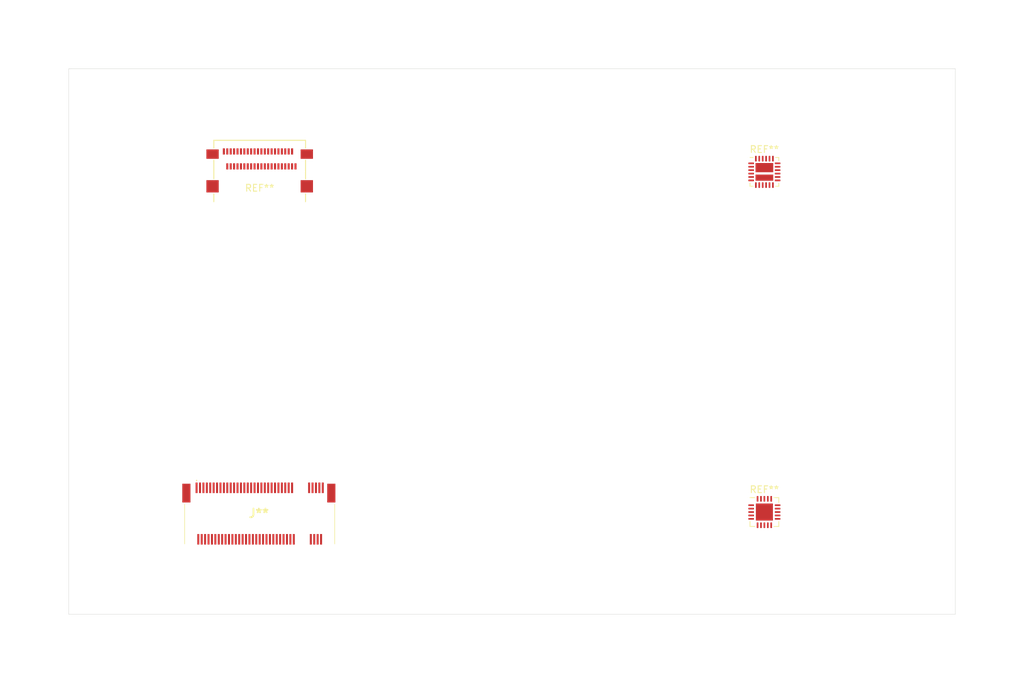
<source format=kicad_pcb>
(kicad_pcb (version 20171130) (host pcbnew "(5.1.10)-1")

  (general
    (thickness 1.6)
    (drawings 8)
    (tracks 0)
    (zones 0)
    (modules 4)
    (nets 1)
  )

  (page A4)
  (layers
    (0 F.Cu signal)
    (31 B.Cu signal)
    (32 B.Adhes user)
    (33 F.Adhes user)
    (34 B.Paste user)
    (35 F.Paste user)
    (36 B.SilkS user)
    (37 F.SilkS user)
    (38 B.Mask user)
    (39 F.Mask user)
    (40 Dwgs.User user)
    (41 Cmts.User user)
    (42 Eco1.User user)
    (43 Eco2.User user)
    (44 Edge.Cuts user)
    (45 Margin user)
    (46 B.CrtYd user)
    (47 F.CrtYd user)
    (48 B.Fab user)
    (49 F.Fab user)
  )

  (setup
    (last_trace_width 0.25)
    (trace_clearance 0.2)
    (zone_clearance 0.508)
    (zone_45_only no)
    (trace_min 0.2)
    (via_size 0.8)
    (via_drill 0.4)
    (via_min_size 0.4)
    (via_min_drill 0.3)
    (uvia_size 0.3)
    (uvia_drill 0.1)
    (uvias_allowed no)
    (uvia_min_size 0.2)
    (uvia_min_drill 0.1)
    (edge_width 0.05)
    (segment_width 0.2)
    (pcb_text_width 0.3)
    (pcb_text_size 1.5 1.5)
    (mod_edge_width 0.12)
    (mod_text_size 1 1)
    (mod_text_width 0.15)
    (pad_size 1.524 1.524)
    (pad_drill 0.762)
    (pad_to_mask_clearance 0)
    (aux_axis_origin 0 0)
    (visible_elements 7FFFFFFF)
    (pcbplotparams
      (layerselection 0x01008_7ffffffe)
      (usegerberextensions false)
      (usegerberattributes true)
      (usegerberadvancedattributes true)
      (creategerberjobfile false)
      (excludeedgelayer true)
      (linewidth 0.100000)
      (plotframeref false)
      (viasonmask false)
      (mode 1)
      (useauxorigin false)
      (hpglpennumber 1)
      (hpglpenspeed 20)
      (hpglpendiameter 15.000000)
      (psnegative false)
      (psa4output false)
      (plotreference true)
      (plotvalue true)
      (plotinvisibletext false)
      (padsonsilk false)
      (subtractmaskfromsilk false)
      (outputformat 1)
      (mirror false)
      (drillshape 0)
      (scaleselection 1)
      (outputdirectory "ocux8stencil"))
  )

  (net 0 "")

  (net_class Default "This is the default net class."
    (clearance 0.2)
    (trace_width 0.25)
    (via_dia 0.8)
    (via_drill 0.4)
    (uvia_dia 0.3)
    (uvia_drill 0.1)
  )

  (module MDT420M03001:MDT420M03001 (layer F.Cu) (tedit 0) (tstamp 610EC4C7)
    (at 111 124)
    (descr MDT420M03001-1_1)
    (tags Connector)
    (fp_text reference J** (at -0.125 0.186) (layer F.SilkS)
      (effects (font (size 1.27 1.27) (thickness 0.254)))
    )
    (fp_text value MDT420M03001 (at -0.125 0.186) (layer F.SilkS) hide
      (effects (font (size 1.27 1.27) (thickness 0.254)))
    )
    (fp_line (start 11 4.672) (end 11 -1.127) (layer F.SilkS) (width 0.1))
    (fp_line (start -11 4.672) (end -11 -1.127) (layer F.SilkS) (width 0.1))
    (fp_line (start -9.25 -4.572) (end -9.25 -4.572) (layer F.SilkS) (width 0.1))
    (fp_line (start -9.25 -4.672) (end -9.25 -4.672) (layer F.SilkS) (width 0.1))
    (fp_line (start -12.35 5.773) (end -12.35 -5.4) (layer F.CrtYd) (width 0.1))
    (fp_line (start 12.1 5.773) (end -12.35 5.773) (layer F.CrtYd) (width 0.1))
    (fp_line (start 12.1 -5.4) (end 12.1 5.773) (layer F.CrtYd) (width 0.1))
    (fp_line (start -12.35 -5.4) (end 12.1 -5.4) (layer F.CrtYd) (width 0.1))
    (fp_line (start -11 4.672) (end -11 -4.328) (layer F.Fab) (width 0.2))
    (fp_line (start 11 4.672) (end -11 4.672) (layer F.Fab) (width 0.2))
    (fp_line (start 11 -4.328) (end 11 4.672) (layer F.Fab) (width 0.2))
    (fp_line (start -11 -4.328) (end 11 -4.328) (layer F.Fab) (width 0.2))
    (fp_arc (start -9.25 -4.622) (end -9.25 -4.572) (angle -180) (layer F.SilkS) (width 0.1))
    (fp_arc (start -9.25 -4.622) (end -9.25 -4.672) (angle -180) (layer F.SilkS) (width 0.1))
    (fp_text user %R (at -0.125 0.186) (layer F.Fab)
      (effects (font (size 1.27 1.27) (thickness 0.254)))
    )
    (pad MP2 smd rect (at 10.5 -2.777) (size 1.2 2.75) (layers F.Cu F.Paste F.Mask))
    (pad MP1 smd rect (at -10.75 -2.777) (size 1.2 2.75) (layers F.Cu F.Paste F.Mask))
    (pad MH2 np_thru_hole circle (at 10 1.723) (size 1.65 0) (drill 1.65) (layers *.Cu *.Mask))
    (pad MH1 np_thru_hole circle (at -10 1.723) (size 1.15 0) (drill 1.15) (layers *.Cu *.Mask))
    (pad 75 smd rect (at 9.25 -3.552) (size 0.3 1.55) (layers F.Cu F.Paste F.Mask))
    (pad 74 smd rect (at 9 3.998) (size 0.3 1.55) (layers F.Cu F.Paste F.Mask))
    (pad 73 smd rect (at 8.75 -3.552) (size 0.3 1.55) (layers F.Cu F.Paste F.Mask))
    (pad 72 smd rect (at 8.5 3.998) (size 0.3 1.55) (layers F.Cu F.Paste F.Mask))
    (pad 71 smd rect (at 8.25 -3.552) (size 0.3 1.55) (layers F.Cu F.Paste F.Mask))
    (pad 70 smd rect (at 8 3.998) (size 0.3 1.55) (layers F.Cu F.Paste F.Mask))
    (pad 69 smd rect (at 7.75 -3.552) (size 0.3 1.55) (layers F.Cu F.Paste F.Mask))
    (pad 68 smd rect (at 7.5 3.998) (size 0.3 1.55) (layers F.Cu F.Paste F.Mask))
    (pad 67 smd rect (at 7.25 -3.552) (size 0.3 1.55) (layers F.Cu F.Paste F.Mask))
    (pad 58 smd rect (at 5 3.998) (size 0.3 1.55) (layers F.Cu F.Paste F.Mask))
    (pad 57 smd rect (at 4.75 -3.552) (size 0.3 1.55) (layers F.Cu F.Paste F.Mask))
    (pad 56 smd rect (at 4.5 3.998) (size 0.3 1.55) (layers F.Cu F.Paste F.Mask))
    (pad 55 smd rect (at 4.25 -3.552) (size 0.3 1.55) (layers F.Cu F.Paste F.Mask))
    (pad 54 smd rect (at 4 3.998) (size 0.3 1.55) (layers F.Cu F.Paste F.Mask))
    (pad 53 smd rect (at 3.75 -3.552) (size 0.3 1.55) (layers F.Cu F.Paste F.Mask))
    (pad 52 smd rect (at 3.5 3.998) (size 0.3 1.55) (layers F.Cu F.Paste F.Mask))
    (pad 51 smd rect (at 3.25 -3.552) (size 0.3 1.55) (layers F.Cu F.Paste F.Mask))
    (pad 50 smd rect (at 3 3.998) (size 0.3 1.55) (layers F.Cu F.Paste F.Mask))
    (pad 49 smd rect (at 2.75 -3.552) (size 0.3 1.55) (layers F.Cu F.Paste F.Mask))
    (pad 48 smd rect (at 2.5 3.998) (size 0.3 1.55) (layers F.Cu F.Paste F.Mask))
    (pad 47 smd rect (at 2.25 -3.552) (size 0.3 1.55) (layers F.Cu F.Paste F.Mask))
    (pad 46 smd rect (at 2 3.998) (size 0.3 1.55) (layers F.Cu F.Paste F.Mask))
    (pad 45 smd rect (at 1.75 -3.552) (size 0.3 1.55) (layers F.Cu F.Paste F.Mask))
    (pad 44 smd rect (at 1.5 3.998) (size 0.3 1.55) (layers F.Cu F.Paste F.Mask))
    (pad 43 smd rect (at 1.25 -3.552) (size 0.3 1.55) (layers F.Cu F.Paste F.Mask))
    (pad 42 smd rect (at 1 3.998) (size 0.3 1.55) (layers F.Cu F.Paste F.Mask))
    (pad 41 smd rect (at 0.75 -3.552) (size 0.3 1.55) (layers F.Cu F.Paste F.Mask))
    (pad 40 smd rect (at 0.5 3.998) (size 0.3 1.55) (layers F.Cu F.Paste F.Mask))
    (pad 39 smd rect (at 0.25 -3.552) (size 0.3 1.55) (layers F.Cu F.Paste F.Mask))
    (pad 38 smd rect (at 0 3.998) (size 0.3 1.55) (layers F.Cu F.Paste F.Mask))
    (pad 37 smd rect (at -0.25 -3.552) (size 0.3 1.55) (layers F.Cu F.Paste F.Mask))
    (pad 36 smd rect (at -0.5 3.998) (size 0.3 1.55) (layers F.Cu F.Paste F.Mask))
    (pad 35 smd rect (at -0.75 -3.552) (size 0.3 1.55) (layers F.Cu F.Paste F.Mask))
    (pad 34 smd rect (at -1 3.998) (size 0.3 1.55) (layers F.Cu F.Paste F.Mask))
    (pad 33 smd rect (at -1.25 -3.552) (size 0.3 1.55) (layers F.Cu F.Paste F.Mask))
    (pad 32 smd rect (at -1.5 3.998) (size 0.3 1.55) (layers F.Cu F.Paste F.Mask))
    (pad 31 smd rect (at -1.75 -3.552) (size 0.3 1.55) (layers F.Cu F.Paste F.Mask))
    (pad 30 smd rect (at -2 3.998) (size 0.3 1.55) (layers F.Cu F.Paste F.Mask))
    (pad 29 smd rect (at -2.25 -3.552) (size 0.3 1.55) (layers F.Cu F.Paste F.Mask))
    (pad 28 smd rect (at -2.5 3.998) (size 0.3 1.55) (layers F.Cu F.Paste F.Mask))
    (pad 27 smd rect (at -2.75 -3.552) (size 0.3 1.55) (layers F.Cu F.Paste F.Mask))
    (pad 26 smd rect (at -3 3.998) (size 0.3 1.55) (layers F.Cu F.Paste F.Mask))
    (pad 25 smd rect (at -3.25 -3.552) (size 0.3 1.55) (layers F.Cu F.Paste F.Mask))
    (pad 24 smd rect (at -3.5 3.998) (size 0.3 1.55) (layers F.Cu F.Paste F.Mask))
    (pad 23 smd rect (at -3.75 -3.552) (size 0.3 1.55) (layers F.Cu F.Paste F.Mask))
    (pad 22 smd rect (at -4 3.998) (size 0.3 1.55) (layers F.Cu F.Paste F.Mask))
    (pad 21 smd rect (at -4.25 -3.552) (size 0.3 1.55) (layers F.Cu F.Paste F.Mask))
    (pad 20 smd rect (at -4.5 3.998) (size 0.3 1.55) (layers F.Cu F.Paste F.Mask))
    (pad 19 smd rect (at -4.75 -3.552) (size 0.3 1.55) (layers F.Cu F.Paste F.Mask))
    (pad 18 smd rect (at -5 3.998) (size 0.3 1.55) (layers F.Cu F.Paste F.Mask))
    (pad 17 smd rect (at -5.25 -3.552) (size 0.3 1.55) (layers F.Cu F.Paste F.Mask))
    (pad 16 smd rect (at -5.5 3.998) (size 0.3 1.55) (layers F.Cu F.Paste F.Mask))
    (pad 15 smd rect (at -5.75 -3.552) (size 0.3 1.55) (layers F.Cu F.Paste F.Mask))
    (pad 14 smd rect (at -6 3.998) (size 0.3 1.55) (layers F.Cu F.Paste F.Mask))
    (pad 13 smd rect (at -6.25 -3.552) (size 0.3 1.55) (layers F.Cu F.Paste F.Mask))
    (pad 12 smd rect (at -6.5 3.998) (size 0.3 1.55) (layers F.Cu F.Paste F.Mask))
    (pad 11 smd rect (at -6.75 -3.552) (size 0.3 1.55) (layers F.Cu F.Paste F.Mask))
    (pad 10 smd rect (at -7 3.998) (size 0.3 1.55) (layers F.Cu F.Paste F.Mask))
    (pad 9 smd rect (at -7.25 -3.552) (size 0.3 1.55) (layers F.Cu F.Paste F.Mask))
    (pad 8 smd rect (at -7.5 3.998) (size 0.3 1.55) (layers F.Cu F.Paste F.Mask))
    (pad 7 smd rect (at -7.75 -3.552) (size 0.3 1.55) (layers F.Cu F.Paste F.Mask))
    (pad 6 smd rect (at -8 3.998) (size 0.3 1.55) (layers F.Cu F.Paste F.Mask))
    (pad 5 smd rect (at -8.25 -3.552) (size 0.3 1.55) (layers F.Cu F.Paste F.Mask))
    (pad 4 smd rect (at -8.5 3.998) (size 0.3 1.55) (layers F.Cu F.Paste F.Mask))
    (pad 3 smd rect (at -8.75 -3.552) (size 0.3 1.55) (layers F.Cu F.Paste F.Mask))
    (pad 2 smd rect (at -9 3.998) (size 0.3 1.55) (layers F.Cu F.Paste F.Mask))
    (pad 1 smd rect (at -9.25 -3.552) (size 0.3 1.55) (layers F.Cu F.Paste F.Mask))
    (model C:\Dev\kicad_libs\SamacSys_Parts.3dshapes\MDT420M03001.stp
      (at (xyz 0 0 0))
      (scale (xyz 1 1 1))
      (rotate (xyz 0 0 0))
    )
  )

  (module Package_DFN_QFN:QFN-20-1EP_4x4mm_P0.5mm_EP2.5x2.5mm (layer F.Cu) (tedit 5DC5F6A3) (tstamp 610E7CF6)
    (at 185 124)
    (descr "QFN, 20 Pin (http://ww1.microchip.com/downloads/en/PackagingSpec/00000049BQ.pdf#page=274), generated with kicad-footprint-generator ipc_noLead_generator.py")
    (tags "QFN NoLead")
    (attr smd)
    (fp_text reference REF** (at 0 -3.3) (layer F.SilkS)
      (effects (font (size 1 1) (thickness 0.15)))
    )
    (fp_text value QFN-20-1EP_4x4mm_P0.5mm_EP2.5x2.5mm (at 0 3.3) (layer F.Fab)
      (effects (font (size 1 1) (thickness 0.15)))
    )
    (fp_line (start 1.385 -2.11) (end 2.11 -2.11) (layer F.SilkS) (width 0.12))
    (fp_line (start 2.11 -2.11) (end 2.11 -1.385) (layer F.SilkS) (width 0.12))
    (fp_line (start -1.385 2.11) (end -2.11 2.11) (layer F.SilkS) (width 0.12))
    (fp_line (start -2.11 2.11) (end -2.11 1.385) (layer F.SilkS) (width 0.12))
    (fp_line (start 1.385 2.11) (end 2.11 2.11) (layer F.SilkS) (width 0.12))
    (fp_line (start 2.11 2.11) (end 2.11 1.385) (layer F.SilkS) (width 0.12))
    (fp_line (start -1.385 -2.11) (end -2.11 -2.11) (layer F.SilkS) (width 0.12))
    (fp_line (start -1 -2) (end 2 -2) (layer F.Fab) (width 0.1))
    (fp_line (start 2 -2) (end 2 2) (layer F.Fab) (width 0.1))
    (fp_line (start 2 2) (end -2 2) (layer F.Fab) (width 0.1))
    (fp_line (start -2 2) (end -2 -1) (layer F.Fab) (width 0.1))
    (fp_line (start -2 -1) (end -1 -2) (layer F.Fab) (width 0.1))
    (fp_line (start -2.6 -2.6) (end -2.6 2.6) (layer F.CrtYd) (width 0.05))
    (fp_line (start -2.6 2.6) (end 2.6 2.6) (layer F.CrtYd) (width 0.05))
    (fp_line (start 2.6 2.6) (end 2.6 -2.6) (layer F.CrtYd) (width 0.05))
    (fp_line (start 2.6 -2.6) (end -2.6 -2.6) (layer F.CrtYd) (width 0.05))
    (fp_text user %R (at 0 0) (layer F.Fab)
      (effects (font (size 1 1) (thickness 0.15)))
    )
    (pad "" smd roundrect (at 0.625 0.625) (size 1.01 1.01) (layers F.Paste) (roundrect_rratio 0.2475247524752475))
    (pad "" smd roundrect (at 0.625 -0.625) (size 1.01 1.01) (layers F.Paste) (roundrect_rratio 0.2475247524752475))
    (pad "" smd roundrect (at -0.625 0.625) (size 1.01 1.01) (layers F.Paste) (roundrect_rratio 0.2475247524752475))
    (pad "" smd roundrect (at -0.625 -0.625) (size 1.01 1.01) (layers F.Paste) (roundrect_rratio 0.2475247524752475))
    (pad 21 smd rect (at 0 0) (size 2.5 2.5) (layers F.Cu F.Mask))
    (pad 20 smd roundrect (at -1 -1.9375) (size 0.25 0.825) (layers F.Cu F.Paste F.Mask) (roundrect_rratio 0.25))
    (pad 19 smd roundrect (at -0.5 -1.9375) (size 0.25 0.825) (layers F.Cu F.Paste F.Mask) (roundrect_rratio 0.25))
    (pad 18 smd roundrect (at 0 -1.9375) (size 0.25 0.825) (layers F.Cu F.Paste F.Mask) (roundrect_rratio 0.25))
    (pad 17 smd roundrect (at 0.5 -1.9375) (size 0.25 0.825) (layers F.Cu F.Paste F.Mask) (roundrect_rratio 0.25))
    (pad 16 smd roundrect (at 1 -1.9375) (size 0.25 0.825) (layers F.Cu F.Paste F.Mask) (roundrect_rratio 0.25))
    (pad 15 smd roundrect (at 1.9375 -1) (size 0.825 0.25) (layers F.Cu F.Paste F.Mask) (roundrect_rratio 0.25))
    (pad 14 smd roundrect (at 1.9375 -0.5) (size 0.825 0.25) (layers F.Cu F.Paste F.Mask) (roundrect_rratio 0.25))
    (pad 13 smd roundrect (at 1.9375 0) (size 0.825 0.25) (layers F.Cu F.Paste F.Mask) (roundrect_rratio 0.25))
    (pad 12 smd roundrect (at 1.9375 0.5) (size 0.825 0.25) (layers F.Cu F.Paste F.Mask) (roundrect_rratio 0.25))
    (pad 11 smd roundrect (at 1.9375 1) (size 0.825 0.25) (layers F.Cu F.Paste F.Mask) (roundrect_rratio 0.25))
    (pad 10 smd roundrect (at 1 1.9375) (size 0.25 0.825) (layers F.Cu F.Paste F.Mask) (roundrect_rratio 0.25))
    (pad 9 smd roundrect (at 0.5 1.9375) (size 0.25 0.825) (layers F.Cu F.Paste F.Mask) (roundrect_rratio 0.25))
    (pad 8 smd roundrect (at 0 1.9375) (size 0.25 0.825) (layers F.Cu F.Paste F.Mask) (roundrect_rratio 0.25))
    (pad 7 smd roundrect (at -0.5 1.9375) (size 0.25 0.825) (layers F.Cu F.Paste F.Mask) (roundrect_rratio 0.25))
    (pad 6 smd roundrect (at -1 1.9375) (size 0.25 0.825) (layers F.Cu F.Paste F.Mask) (roundrect_rratio 0.25))
    (pad 5 smd roundrect (at -1.9375 1) (size 0.825 0.25) (layers F.Cu F.Paste F.Mask) (roundrect_rratio 0.25))
    (pad 4 smd roundrect (at -1.9375 0.5) (size 0.825 0.25) (layers F.Cu F.Paste F.Mask) (roundrect_rratio 0.25))
    (pad 3 smd roundrect (at -1.9375 0) (size 0.825 0.25) (layers F.Cu F.Paste F.Mask) (roundrect_rratio 0.25))
    (pad 2 smd roundrect (at -1.9375 -0.5) (size 0.825 0.25) (layers F.Cu F.Paste F.Mask) (roundrect_rratio 0.25))
    (pad 1 smd roundrect (at -1.9375 -1) (size 0.825 0.25) (layers F.Cu F.Paste F.Mask) (roundrect_rratio 0.25))
    (model ${KISYS3DMOD}/Package_DFN_QFN.3dshapes/QFN-20-1EP_4x4mm_P0.5mm_EP2.5x2.5mm.wrl
      (at (xyz 0 0 0))
      (scale (xyz 1 1 1))
      (rotate (xyz 0 0 0))
    )
  )

  (module QFN-24-2EP_4x4mm_P0.5mm_EP2.6x2.6mm:QFN-24-2EP_4x4mm_P0.5mm_EP2.6x2.6mm (layer F.Cu) (tedit 610E4262) (tstamp 610E721C)
    (at 185 74.125)
    (descr "QFN, 24 Pin (http://ww1.microchip.com/downloads/en/PackagingSpec/00000049BQ.pdf#page=278), generated with kicad-footprint-generator ipc_noLead_generator.py")
    (tags "QFN NoLead")
    (attr smd)
    (fp_text reference REF** (at 0 -3.3) (layer F.SilkS)
      (effects (font (size 1 1) (thickness 0.15)))
    )
    (fp_text value QFN-24-2EP_4x4mm_P0.5mm_EP2.6x2.6mm (at 0 3.3) (layer F.Fab)
      (effects (font (size 1 1) (thickness 0.15)))
    )
    (fp_line (start 1.635 -2.11) (end 2.11 -2.11) (layer F.SilkS) (width 0.12))
    (fp_line (start 2.11 -2.11) (end 2.11 -1.635) (layer F.SilkS) (width 0.12))
    (fp_line (start -1.635 2.11) (end -2.11 2.11) (layer F.SilkS) (width 0.12))
    (fp_line (start -2.11 2.11) (end -2.11 1.635) (layer F.SilkS) (width 0.12))
    (fp_line (start 1.635 2.11) (end 2.11 2.11) (layer F.SilkS) (width 0.12))
    (fp_line (start 2.11 2.11) (end 2.11 1.635) (layer F.SilkS) (width 0.12))
    (fp_line (start -1.635 -2.11) (end -2.11 -2.11) (layer F.SilkS) (width 0.12))
    (fp_line (start -1 -2) (end 2 -2) (layer F.Fab) (width 0.1))
    (fp_line (start 2 -2) (end 2 2) (layer F.Fab) (width 0.1))
    (fp_line (start 2 2) (end -2 2) (layer F.Fab) (width 0.1))
    (fp_line (start -2 2) (end -2 -1) (layer F.Fab) (width 0.1))
    (fp_line (start -2 -1) (end -1 -2) (layer F.Fab) (width 0.1))
    (fp_line (start -2.6 -2.6) (end -2.6 2.6) (layer F.CrtYd) (width 0.05))
    (fp_line (start -2.6 2.6) (end 2.6 2.6) (layer F.CrtYd) (width 0.05))
    (fp_line (start 2.6 2.6) (end 2.6 -2.6) (layer F.CrtYd) (width 0.05))
    (fp_line (start 2.6 -2.6) (end -2.6 -2.6) (layer F.CrtYd) (width 0.05))
    (fp_text user %R (at 0 0) (layer F.Fab)
      (effects (font (size 1 1) (thickness 0.15)))
    )
    (pad 25 smd rect (at 0 -0.625) (size 2.6 1.35) (layers F.Cu F.Mask))
    (pad 24 smd roundrect (at -1.25 -1.9375) (size 0.25 0.825) (layers F.Cu F.Paste F.Mask) (roundrect_rratio 0.25))
    (pad 23 smd roundrect (at -0.75 -1.9375) (size 0.25 0.825) (layers F.Cu F.Paste F.Mask) (roundrect_rratio 0.25))
    (pad 22 smd roundrect (at -0.25 -1.9375) (size 0.25 0.825) (layers F.Cu F.Paste F.Mask) (roundrect_rratio 0.25))
    (pad 21 smd roundrect (at 0.25 -1.9375) (size 0.25 0.825) (layers F.Cu F.Paste F.Mask) (roundrect_rratio 0.25))
    (pad 20 smd roundrect (at 0.75 -1.9375) (size 0.25 0.825) (layers F.Cu F.Paste F.Mask) (roundrect_rratio 0.25))
    (pad 19 smd roundrect (at 1.25 -1.9375) (size 0.25 0.825) (layers F.Cu F.Paste F.Mask) (roundrect_rratio 0.25))
    (pad 18 smd roundrect (at 1.9375 -1.25) (size 0.825 0.25) (layers F.Cu F.Paste F.Mask) (roundrect_rratio 0.25))
    (pad 17 smd roundrect (at 1.9375 -0.75) (size 0.825 0.25) (layers F.Cu F.Paste F.Mask) (roundrect_rratio 0.25))
    (pad 16 smd roundrect (at 1.9375 -0.25) (size 0.825 0.25) (layers F.Cu F.Paste F.Mask) (roundrect_rratio 0.25))
    (pad 15 smd roundrect (at 1.9375 0.25) (size 0.825 0.25) (layers F.Cu F.Paste F.Mask) (roundrect_rratio 0.25))
    (pad 14 smd roundrect (at 1.9375 0.75) (size 0.825 0.25) (layers F.Cu F.Paste F.Mask) (roundrect_rratio 0.25))
    (pad 13 smd roundrect (at 1.9375 1.25) (size 0.825 0.25) (layers F.Cu F.Paste F.Mask) (roundrect_rratio 0.25))
    (pad 12 smd roundrect (at 1.25 1.9375) (size 0.25 0.825) (layers F.Cu F.Paste F.Mask) (roundrect_rratio 0.25))
    (pad 11 smd roundrect (at 0.75 1.9375) (size 0.25 0.825) (layers F.Cu F.Paste F.Mask) (roundrect_rratio 0.25))
    (pad 10 smd roundrect (at 0.25 1.9375) (size 0.25 0.825) (layers F.Cu F.Paste F.Mask) (roundrect_rratio 0.25))
    (pad 9 smd roundrect (at -0.25 1.9375) (size 0.25 0.825) (layers F.Cu F.Paste F.Mask) (roundrect_rratio 0.25))
    (pad 8 smd roundrect (at -0.75 1.9375) (size 0.25 0.825) (layers F.Cu F.Paste F.Mask) (roundrect_rratio 0.25))
    (pad 7 smd roundrect (at -1.25 1.9375) (size 0.25 0.825) (layers F.Cu F.Paste F.Mask) (roundrect_rratio 0.25))
    (pad 6 smd roundrect (at -1.9375 1.25) (size 0.825 0.25) (layers F.Cu F.Paste F.Mask) (roundrect_rratio 0.25))
    (pad 5 smd roundrect (at -1.9375 0.75) (size 0.825 0.25) (layers F.Cu F.Paste F.Mask) (roundrect_rratio 0.25))
    (pad 4 smd roundrect (at -1.9375 0.25) (size 0.825 0.25) (layers F.Cu F.Paste F.Mask) (roundrect_rratio 0.25))
    (pad 3 smd roundrect (at -1.9375 -0.25) (size 0.825 0.25) (layers F.Cu F.Paste F.Mask) (roundrect_rratio 0.25))
    (pad 2 smd roundrect (at -1.9375 -0.75) (size 0.825 0.25) (layers F.Cu F.Paste F.Mask) (roundrect_rratio 0.25))
    (pad 1 smd roundrect (at -1.9375 -1.25) (size 0.825 0.25) (layers F.Cu F.Paste F.Mask) (roundrect_rratio 0.25))
    (pad 26 smd rect (at 0 0.85) (size 2.6 0.9) (layers F.Cu F.Mask))
    (pad "" smd roundrect (at -0.65 -0.625) (size 1.05 1.15) (layers F.Cu F.Paste) (roundrect_rratio 0.25))
    (pad "" smd roundrect (at 0.65 -0.625) (size 1.05 1.15) (layers F.Cu F.Paste) (roundrect_rratio 0.25))
    (pad "" smd roundrect (at 0.65 0.85) (size 1.05 0.7) (layers F.Cu F.Paste) (roundrect_rratio 0.25))
    (pad "" smd roundrect (at -0.65 0.85) (size 1.05 0.7) (layers F.Cu F.Paste) (roundrect_rratio 0.25))
    (model ${KISYS3DMOD}/Package_DFN_QFN.3dshapes/QFN-24-1EP_4x4mm_P0.5mm_EP2.6x2.6mm.wrl
      (at (xyz 0 0 0))
      (scale (xyz 1 1 1))
      (rotate (xyz 0 0 0))
    )
  )

  (module G14A421211112HR:G14A421211112HR (layer F.Cu) (tedit 610771C1) (tstamp 6110ACCF)
    (at 111 78.5)
    (fp_text reference REF** (at 0 -2) (layer F.SilkS)
      (effects (font (size 1 1) (thickness 0.15)))
    )
    (fp_text value G14A421211112HR (at 0 -0.5) (layer F.Fab)
      (effects (font (size 1 1) (thickness 0.15)))
    )
    (fp_line (start -6.725 0) (end -6.725 -1.16) (layer F.SilkS) (width 0.15))
    (fp_line (start 6.725 0) (end 6.725 -1.16) (layer F.SilkS) (width 0.15))
    (fp_line (start -6.725 -3.36) (end -6.725 -6.09) (layer F.SilkS) (width 0.15))
    (fp_line (start 6.725 -3.36) (end 6.725 -6.09) (layer F.SilkS) (width 0.15))
    (fp_line (start -6.725 -9) (end -6.725 -7.87) (layer F.SilkS) (width 0.15))
    (fp_line (start 6.725 -9) (end -6.725 -9) (layer F.SilkS) (width 0.15))
    (fp_line (start 6.725 -7.87) (end 6.725 -9) (layer F.SilkS) (width 0.15))
    (fp_line (start 6.725 1.51) (end -6.725 1.51) (layer F.Fab) (width 0.15))
    (pad "" np_thru_hole circle (at -5.42 -4.46) (size 0.9 0.9) (drill 0.9) (layers *.Cu *.Mask))
    (pad "" np_thru_hole circle (at 5.95 -4.46) (size 0.9 0.9) (drill 0.9) (layers *.Cu *.Mask))
    (pad M smd rect (at -6.91 -2.26) (size 1.81 1.8) (layers F.Cu F.Paste F.Mask))
    (pad M smd rect (at 6.91 -2.26) (size 1.81 1.8) (layers F.Cu F.Paste F.Mask))
    (pad M smd rect (at -6.91 -6.98) (size 1.81 1.38) (layers F.Cu F.Paste F.Mask))
    (pad M smd rect (at 6.91 -6.98) (size 1.81 1.38) (layers F.Cu F.Paste F.Mask))
    (pad A1 smd rect (at -4.75 -5.18) (size 0.31 0.91) (layers F.Cu F.Paste F.Mask))
    (pad A2 smd rect (at -4.25 -5.18) (size 0.31 0.91) (layers F.Cu F.Paste F.Mask))
    (pad A3 smd rect (at -3.75 -5.18) (size 0.31 0.91) (layers F.Cu F.Paste F.Mask))
    (pad A4 smd rect (at -3.25 -5.18) (size 0.31 0.91) (layers F.Cu F.Paste F.Mask))
    (pad A5 smd rect (at -2.75 -5.18) (size 0.31 0.91) (layers F.Cu F.Paste F.Mask))
    (pad A6 smd rect (at -2.25 -5.18) (size 0.31 0.91) (layers F.Cu F.Paste F.Mask))
    (pad A7 smd rect (at -1.75 -5.18) (size 0.31 0.91) (layers F.Cu F.Paste F.Mask))
    (pad A8 smd rect (at -1.25 -5.18) (size 0.31 0.91) (layers F.Cu F.Paste F.Mask))
    (pad A9 smd rect (at -0.75 -5.18) (size 0.31 0.91) (layers F.Cu F.Paste F.Mask))
    (pad A10 smd rect (at -0.25 -5.18) (size 0.31 0.91) (layers F.Cu F.Paste F.Mask))
    (pad A11 smd rect (at 0.25 -5.18) (size 0.31 0.91) (layers F.Cu F.Paste F.Mask))
    (pad A12 smd rect (at 0.75 -5.18) (size 0.31 0.91) (layers F.Cu F.Paste F.Mask))
    (pad A13 smd rect (at 1.25 -5.18) (size 0.31 0.91) (layers F.Cu F.Paste F.Mask))
    (pad A14 smd rect (at 1.75 -5.18) (size 0.31 0.91) (layers F.Cu F.Paste F.Mask))
    (pad A15 smd rect (at 2.25 -5.18) (size 0.31 0.91) (layers F.Cu F.Paste F.Mask))
    (pad A16 smd rect (at 2.75 -5.18) (size 0.31 0.91) (layers F.Cu F.Paste F.Mask))
    (pad A17 smd rect (at 3.25 -5.18) (size 0.31 0.91) (layers F.Cu F.Paste F.Mask))
    (pad A18 smd rect (at 3.75 -5.18) (size 0.31 0.91) (layers F.Cu F.Paste F.Mask))
    (pad A19 smd rect (at 4.25 -5.18) (size 0.31 0.91) (layers F.Cu F.Paste F.Mask))
    (pad A20 smd rect (at 4.75 -5.18) (size 0.31 0.91) (layers F.Cu F.Paste F.Mask))
    (pad A21 smd rect (at 5.25 -5.18) (size 0.31 0.91) (layers F.Cu F.Paste F.Mask))
    (pad B1 smd rect (at -5.25 -7.37) (size 0.31 0.91) (layers F.Cu F.Paste F.Mask))
    (pad B2 smd rect (at -4.75 -7.37) (size 0.31 0.91) (layers F.Cu F.Paste F.Mask))
    (pad B3 smd rect (at -4.25 -7.37) (size 0.31 0.91) (layers F.Cu F.Paste F.Mask))
    (pad B4 smd rect (at -3.75 -7.37) (size 0.31 0.91) (layers F.Cu F.Paste F.Mask))
    (pad B5 smd rect (at -3.25 -7.37) (size 0.31 0.91) (layers F.Cu F.Paste F.Mask))
    (pad B6 smd rect (at -2.75 -7.37) (size 0.31 0.91) (layers F.Cu F.Paste F.Mask))
    (pad B7 smd rect (at -2.25 -7.37) (size 0.31 0.91) (layers F.Cu F.Paste F.Mask))
    (pad B8 smd rect (at -1.75 -7.37) (size 0.31 0.91) (layers F.Cu F.Paste F.Mask))
    (pad B9 smd rect (at -1.25 -7.37) (size 0.31 0.91) (layers F.Cu F.Paste F.Mask))
    (pad B10 smd rect (at -0.75 -7.37) (size 0.31 0.91) (layers F.Cu F.Paste F.Mask))
    (pad B11 smd rect (at -0.25 -7.37) (size 0.31 0.91) (layers F.Cu F.Paste F.Mask))
    (pad B12 smd rect (at 0.25 -7.37) (size 0.31 0.91) (layers F.Cu F.Paste F.Mask))
    (pad B13 smd rect (at 0.75 -7.37) (size 0.31 0.91) (layers F.Cu F.Paste F.Mask))
    (pad B14 smd rect (at 1.25 -7.37) (size 0.31 0.91) (layers F.Cu F.Paste F.Mask))
    (pad B15 smd rect (at 1.75 -7.37) (size 0.31 0.91) (layers F.Cu F.Paste F.Mask))
    (pad B16 smd rect (at 2.25 -7.37) (size 0.31 0.91) (layers F.Cu F.Paste F.Mask))
    (pad B17 smd rect (at 2.75 -7.37) (size 0.31 0.91) (layers F.Cu F.Paste F.Mask))
    (pad B18 smd rect (at 3.25 -7.37) (size 0.31 0.91) (layers F.Cu F.Paste F.Mask))
    (pad B19 smd rect (at 3.75 -7.37) (size 0.31 0.91) (layers F.Cu F.Paste F.Mask))
    (pad B20 smd rect (at 4.25 -7.37) (size 0.31 0.91) (layers F.Cu F.Paste F.Mask))
    (pad B21 smd rect (at 4.75 -7.37) (size 0.31 0.91) (layers F.Cu F.Paste F.Mask))
  )

  (gr_line (start 73 149) (end 223 149) (layer Dwgs.User) (width 0.15) (tstamp 610EC795))
  (gr_line (start 73 49) (end 73 149) (layer Dwgs.User) (width 0.15))
  (gr_line (start 223 49) (end 73 49) (layer Dwgs.User) (width 0.15))
  (gr_line (start 223 149) (end 223 49) (layer Dwgs.User) (width 0.15))
  (gr_line (start 83 139) (end 83 59) (layer Edge.Cuts) (width 0.05) (tstamp 610E12BF))
  (gr_line (start 213 139) (end 83 139) (layer Edge.Cuts) (width 0.05))
  (gr_line (start 213 59) (end 83 59) (layer Edge.Cuts) (width 0.05))
  (gr_line (start 213 59) (end 213 139) (layer Edge.Cuts) (width 0.05))

)

</source>
